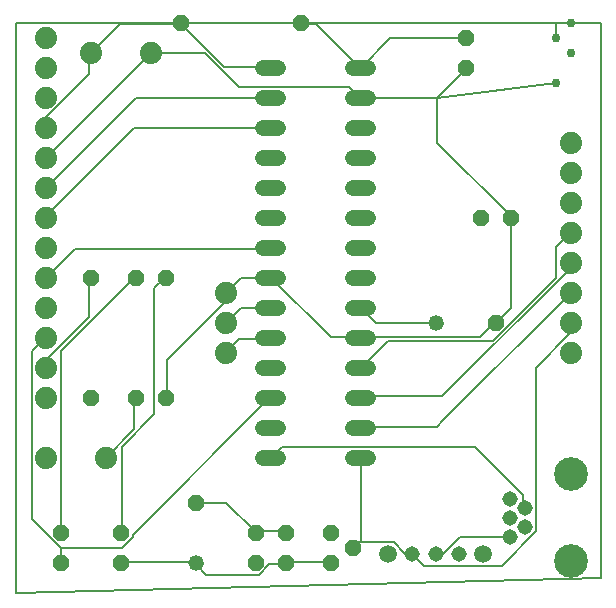
<source format=gbr>
G04 EAGLE Gerber X2 export*
%TF.Part,Single*%
%TF.FileFunction,Copper,L1,Top,Mixed*%
%TF.FilePolarity,Positive*%
%TF.GenerationSoftware,Autodesk,EAGLE,8.6.0*%
%TF.CreationDate,2018-04-17T04:18:31Z*%
G75*
%MOMM*%
%FSLAX34Y34*%
%LPD*%
%AMOC8*
5,1,8,0,0,1.08239X$1,22.5*%
G01*
%ADD10P,1.429621X8X292.500000*%
%ADD11P,1.429621X8X22.500000*%
%ADD12P,1.429621X8X112.500000*%
%ADD13C,1.320800*%
%ADD14C,1.308000*%
%ADD15C,2.850000*%
%ADD16C,1.879600*%
%ADD17P,1.429621X8X202.500000*%
%ADD18C,1.320800*%
%ADD19C,1.508000*%
%ADD20C,0.152400*%
%ADD21C,0.756400*%


D10*
X381000Y469900D03*
X381000Y444500D03*
D11*
X393700Y317500D03*
X419100Y317500D03*
D12*
X203200Y25400D03*
X203200Y50800D03*
X228600Y25400D03*
X228600Y50800D03*
D13*
X355600Y228600D03*
D11*
X406400Y228600D03*
D13*
X152400Y25400D03*
D12*
X152400Y76200D03*
D14*
X418900Y47500D03*
X418900Y63500D03*
X418900Y79500D03*
X430900Y55500D03*
X430900Y71500D03*
D15*
X469900Y100000D03*
X469900Y27000D03*
D16*
X469900Y203200D03*
X469900Y228600D03*
X469900Y254000D03*
X469900Y279400D03*
X469900Y304800D03*
X469900Y330200D03*
X469900Y355600D03*
X469900Y381000D03*
X25400Y165100D03*
X25400Y190500D03*
X25400Y215900D03*
X25400Y241300D03*
X25400Y266700D03*
X25400Y292100D03*
X25400Y317500D03*
X25400Y342900D03*
D12*
X88900Y25400D03*
X88900Y50800D03*
X38100Y25400D03*
X38100Y50800D03*
X127000Y165100D03*
X127000Y266700D03*
X101600Y165100D03*
X101600Y266700D03*
D17*
X241300Y482600D03*
X139700Y482600D03*
D10*
X63500Y266700D03*
X63500Y165100D03*
D18*
X209296Y444500D02*
X222504Y444500D01*
X222504Y419100D02*
X209296Y419100D01*
X209296Y393700D02*
X222504Y393700D01*
X222504Y368300D02*
X209296Y368300D01*
X209296Y342900D02*
X222504Y342900D01*
X222504Y317500D02*
X209296Y317500D01*
X209296Y292100D02*
X222504Y292100D01*
X222504Y266700D02*
X209296Y266700D01*
X209296Y241300D02*
X222504Y241300D01*
X222504Y215900D02*
X209296Y215900D01*
X209296Y190500D02*
X222504Y190500D01*
X222504Y165100D02*
X209296Y165100D01*
X209296Y139700D02*
X222504Y139700D01*
X222504Y114300D02*
X209296Y114300D01*
X285496Y114300D02*
X298704Y114300D01*
X298704Y139700D02*
X285496Y139700D01*
X285496Y165100D02*
X298704Y165100D01*
X298704Y190500D02*
X285496Y190500D01*
X285496Y215900D02*
X298704Y215900D01*
X298704Y241300D02*
X285496Y241300D01*
X285496Y266700D02*
X298704Y266700D01*
X298704Y292100D02*
X285496Y292100D01*
X285496Y317500D02*
X298704Y317500D01*
X298704Y342900D02*
X285496Y342900D01*
X285496Y368300D02*
X298704Y368300D01*
X298704Y393700D02*
X285496Y393700D01*
X285496Y419100D02*
X298704Y419100D01*
X298704Y444500D02*
X285496Y444500D01*
D19*
X315600Y32700D03*
D14*
X335600Y32700D03*
X355600Y32700D03*
X375600Y32700D03*
D19*
X395600Y32700D03*
D10*
X266700Y25400D03*
X285750Y38100D03*
X266700Y50800D03*
D16*
X63500Y457200D03*
X114300Y457200D03*
X25400Y114300D03*
X76200Y114300D03*
X25400Y368300D03*
X25400Y393700D03*
X25400Y419100D03*
X25400Y444500D03*
X25400Y469900D03*
X177800Y254000D03*
X177800Y228600D03*
X177800Y203200D03*
D20*
X0Y0D02*
X0Y482600D01*
X0Y0D02*
X495300Y12700D01*
X495300Y482600D01*
X469900Y482600D02*
X457200Y482600D01*
X0Y482600D01*
X190500Y266700D02*
X215900Y266700D01*
X190500Y266700D02*
X177800Y254000D01*
X266700Y216408D02*
X291084Y216408D01*
X266700Y216408D02*
X216408Y266700D01*
X291084Y216408D02*
X292100Y215900D01*
X216408Y266700D02*
X215900Y266700D01*
X204216Y51816D02*
X228600Y51816D01*
X204216Y51816D02*
X203200Y50800D01*
X228600Y50800D02*
X228600Y51816D01*
X178308Y76200D02*
X152400Y76200D01*
X178308Y76200D02*
X202692Y51816D01*
X203200Y50800D01*
X100584Y138684D02*
X100584Y164592D01*
X100584Y138684D02*
X76200Y114300D01*
X100584Y164592D02*
X101600Y165100D01*
X176784Y245364D02*
X176784Y252984D01*
X176784Y245364D02*
X128016Y196596D01*
X128016Y166116D01*
X176784Y252984D02*
X177800Y254000D01*
X128016Y166116D02*
X127000Y165100D01*
X25400Y368300D02*
X114300Y457200D01*
X292100Y419100D02*
X356616Y419100D01*
X381000Y443484D01*
X381000Y444500D01*
X419100Y317500D02*
X419100Y240792D01*
X406908Y228600D01*
X406400Y228600D01*
X356616Y381000D02*
X356616Y419100D01*
X356616Y381000D02*
X419100Y318516D01*
X419100Y317500D01*
X160020Y457200D02*
X114300Y457200D01*
X160020Y457200D02*
X188976Y428244D01*
X281940Y428244D01*
X291084Y419100D01*
X292100Y419100D01*
X292608Y216408D02*
X393192Y216408D01*
X405384Y228600D01*
X292608Y216408D02*
X292100Y215900D01*
X405384Y228600D02*
X406400Y228600D01*
D21*
X457200Y431800D03*
D20*
X356616Y419100D01*
X469900Y482600D02*
X495300Y482600D01*
D21*
X469900Y482600D03*
X469900Y457200D03*
X457200Y469900D03*
D20*
X457200Y482600D01*
X362712Y33528D02*
X356616Y33528D01*
X362712Y33528D02*
X376428Y47244D01*
X417576Y47244D01*
X356616Y33528D02*
X355600Y32700D01*
X417576Y47244D02*
X418900Y47500D01*
X335280Y33528D02*
X329184Y33528D01*
X320040Y42672D01*
X292608Y42672D02*
X291084Y42672D01*
X292608Y42672D02*
X320040Y42672D01*
X291084Y42672D02*
X286512Y38100D01*
X335280Y33528D02*
X335600Y32700D01*
X286512Y38100D02*
X285750Y38100D01*
X292608Y42672D02*
X292608Y114300D01*
X292100Y114300D01*
X469392Y219456D02*
X469392Y228600D01*
X469392Y219456D02*
X440436Y190500D01*
X440436Y51816D01*
X411480Y22860D01*
X345948Y22860D01*
X336804Y32004D01*
X469392Y228600D02*
X469900Y228600D01*
X336804Y32004D02*
X335600Y32700D01*
X266700Y25908D02*
X228600Y25908D01*
X228600Y25400D01*
X266700Y25400D02*
X266700Y25908D01*
X152400Y25908D02*
X89916Y25908D01*
X88900Y25400D01*
X152400Y25400D02*
X152400Y25908D01*
X214884Y24384D02*
X228600Y24384D01*
X214884Y24384D02*
X205740Y15240D01*
X161544Y15240D01*
X152400Y24384D01*
X228600Y24384D02*
X228600Y25400D01*
X152400Y25400D02*
X152400Y24384D01*
X89916Y51816D02*
X89916Y123444D01*
X117348Y150876D01*
X117348Y257556D01*
X126492Y266700D01*
X89916Y51816D02*
X88900Y50800D01*
X126492Y266700D02*
X127000Y266700D01*
X38100Y204216D02*
X38100Y50800D01*
X38100Y204216D02*
X100584Y266700D01*
X101600Y266700D01*
X190500Y240792D02*
X214884Y240792D01*
X190500Y240792D02*
X178308Y228600D01*
X214884Y240792D02*
X215900Y241300D01*
X178308Y228600D02*
X177800Y228600D01*
X188976Y214884D02*
X214884Y214884D01*
X188976Y214884D02*
X178308Y204216D01*
X214884Y214884D02*
X215900Y215900D01*
X178308Y204216D02*
X177800Y203200D01*
X62484Y233172D02*
X62484Y266700D01*
X62484Y233172D02*
X25908Y196596D01*
X25908Y190500D01*
X62484Y266700D02*
X63500Y266700D01*
X25908Y190500D02*
X25400Y190500D01*
X242316Y481584D02*
X254508Y481584D01*
X291084Y445008D01*
X242316Y481584D02*
X241300Y482600D01*
X291084Y445008D02*
X292100Y444500D01*
X316992Y469392D02*
X381000Y469392D01*
X316992Y469392D02*
X292100Y444500D01*
X381000Y469392D02*
X381000Y469900D01*
X355600Y228600D02*
X304800Y228600D01*
X292100Y241300D01*
X138684Y481584D02*
X88392Y481584D01*
X64008Y457200D01*
X138684Y481584D02*
X139700Y482600D01*
X64008Y457200D02*
X63500Y457200D01*
X176784Y445008D02*
X214884Y445008D01*
X176784Y445008D02*
X140208Y481584D01*
X214884Y445008D02*
X215900Y444500D01*
X140208Y481584D02*
X139700Y482600D01*
X25908Y402336D02*
X25908Y394716D01*
X25908Y402336D02*
X62484Y438912D01*
X62484Y457200D01*
X25908Y394716D02*
X25400Y393700D01*
X62484Y457200D02*
X63500Y457200D01*
X102108Y419100D02*
X215900Y419100D01*
X102108Y419100D02*
X25908Y342900D01*
X25400Y342900D01*
X100584Y393192D02*
X214884Y393192D01*
X100584Y393192D02*
X25908Y318516D01*
X214884Y393192D02*
X215900Y393700D01*
X25908Y318516D02*
X25400Y317500D01*
X50292Y291084D02*
X214884Y291084D01*
X50292Y291084D02*
X25908Y266700D01*
X214884Y291084D02*
X215900Y292100D01*
X25908Y266700D02*
X25400Y266700D01*
X38100Y38100D02*
X38100Y25400D01*
X38100Y38100D02*
X13716Y62484D01*
X13716Y204216D01*
X25400Y215900D01*
X99060Y48768D02*
X214884Y164592D01*
X99060Y48768D02*
X99060Y47244D01*
X89916Y38100D01*
X38100Y38100D01*
X214884Y164592D02*
X215900Y165100D01*
X429768Y82296D02*
X429768Y71628D01*
X429768Y82296D02*
X388620Y123444D01*
X225552Y123444D01*
X216408Y114300D01*
X429768Y71628D02*
X430900Y71500D01*
X216408Y114300D02*
X215900Y114300D01*
X292608Y140208D02*
X356616Y140208D01*
X362204Y145796D02*
X469392Y252984D01*
X362204Y145796D02*
X356616Y140208D01*
X292608Y140208D02*
X292100Y139700D01*
X469392Y252984D02*
X469900Y254000D01*
X361188Y166116D02*
X292608Y166116D01*
X361188Y166116D02*
X469392Y274320D01*
X469392Y278892D01*
X292608Y166116D02*
X292100Y165100D01*
X469392Y278892D02*
X469900Y279400D01*
X315468Y213360D02*
X292608Y190500D01*
X315468Y213360D02*
X403860Y213360D01*
X457200Y266700D01*
X457200Y292608D01*
X469392Y304800D01*
X292608Y190500D02*
X292100Y190500D01*
X469392Y304800D02*
X469900Y304800D01*
M02*

</source>
